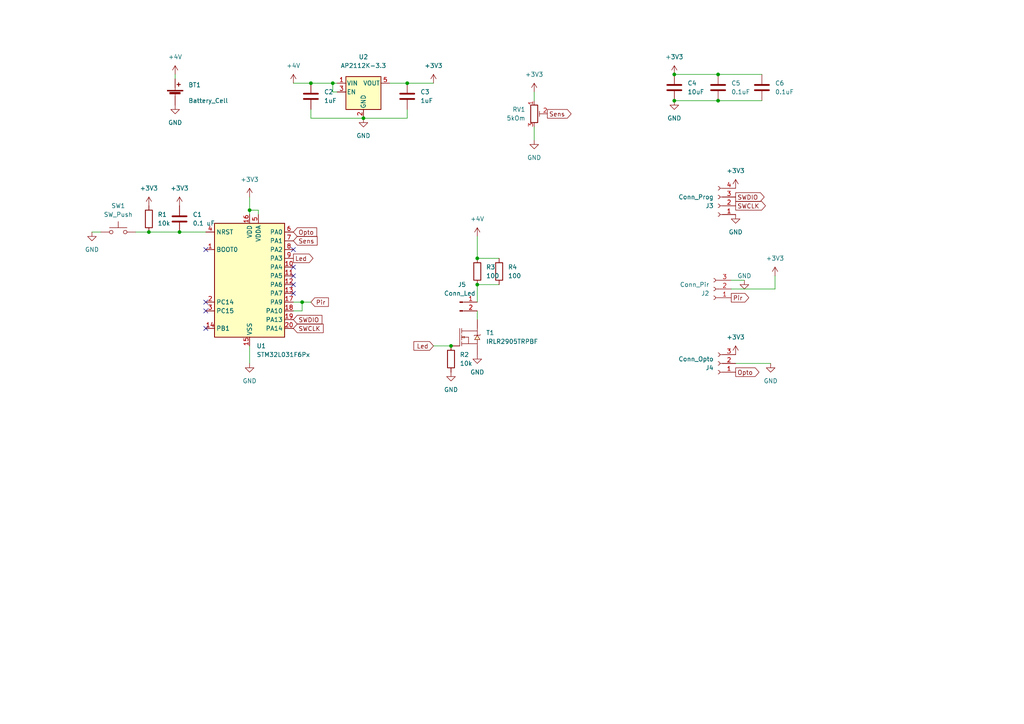
<source format=kicad_sch>
(kicad_sch (version 20211123) (generator eeschema)
  (paper "A4")
  (lib_symbols
    (symbol "Connector:Conn_01x02_Male" (pin_names (offset 1.016) hide)
      (property "Reference" "J" (at 0 2.54 0))
      (property "Value" "Conn_01x02_Male" (at 0 -5.08 0))
      (symbol "Conn_01x02_Male_1_1"
        (polyline (pts (xy 1.27 -2.54) (xy 0.8636 -2.54)) (stroke (width 0.1524)))
        (polyline (pts (xy 1.27 0) (xy 0.8636 0)) (stroke (width 0.1524)))
        (rectangle (start 0.8636 -2.413) (end 0 -2.667) (stroke (width 0.1524)) (fill (type outline)))
        (rectangle (start 0.8636 0.127) (end 0 -0.127) (stroke (width 0.1524)) (fill (type outline)))
        (pin passive line (at 5.08 0 180) (length 3.81) (name "Pin_1") (number "1"))
        (pin passive line (at 5.08 -2.54 180) (length 3.81) (name "Pin_2") (number "2"))
      )
    )
    (symbol "Connector:Conn_01x03_Female" (pin_names (offset 1.016) hide)
      (property "Reference" "J" (at 0 5.08 0))
      (property "Value" "Conn_01x03_Female" (at 0 -5.08 0))
      (symbol "Conn_01x03_Female_1_1"
        (arc (start 0 -2.032) (mid -0.508 -2.54) (end 0 -3.048) (stroke (width 0.1524)))
        (polyline (pts (xy -1.27 -2.54) (xy -0.508 -2.54)) (stroke (width 0.1524)))
        (polyline (pts (xy -1.27 0) (xy -0.508 0)) (stroke (width 0.1524)))
        (polyline (pts (xy -1.27 2.54) (xy -0.508 2.54)) (stroke (width 0.1524)))
        (arc (start 0 0.508) (mid -0.508 0) (end 0 -0.508) (stroke (width 0.1524)))
        (arc (start 0 3.048) (mid -0.508 2.54) (end 0 2.032) (stroke (width 0.1524)))
        (pin passive line (at -5.08 2.54 0) (length 3.81) (name "Pin_1") (number "1"))
        (pin passive line (at -5.08 0 0) (length 3.81) (name "Pin_2") (number "2"))
        (pin passive line (at -5.08 -2.54 0) (length 3.81) (name "Pin_3") (number "3"))
      )
    )
    (symbol "Connector:Conn_01x04_Female" (pin_names (offset 1.016) hide)
      (property "Reference" "J" (at 0 5.08 0))
      (property "Value" "Conn_01x04_Female" (at 0 -7.62 0))
      (symbol "Conn_01x04_Female_1_1"
        (arc (start 0 -4.572) (mid -0.508 -5.08) (end 0 -5.588) (stroke (width 0.1524)))
        (arc (start 0 -2.032) (mid -0.508 -2.54) (end 0 -3.048) (stroke (width 0.1524)))
        (polyline (pts (xy -1.27 -5.08) (xy -0.508 -5.08)) (stroke (width 0.1524)))
        (polyline (pts (xy -1.27 -2.54) (xy -0.508 -2.54)) (stroke (width 0.1524)))
        (polyline (pts (xy -1.27 0) (xy -0.508 0)) (stroke (width 0.1524)))
        (polyline (pts (xy -1.27 2.54) (xy -0.508 2.54)) (stroke (width 0.1524)))
        (arc (start 0 0.508) (mid -0.508 0) (end 0 -0.508) (stroke (width 0.1524)))
        (arc (start 0 3.048) (mid -0.508 2.54) (end 0 2.032) (stroke (width 0.1524)))
        (pin passive line (at -5.08 2.54 0) (length 3.81) (name "Pin_1") (number "1"))
        (pin passive line (at -5.08 0 0) (length 3.81) (name "Pin_2") (number "2"))
        (pin passive line (at -5.08 -2.54 0) (length 3.81) (name "Pin_3") (number "3"))
        (pin passive line (at -5.08 -5.08 0) (length 3.81) (name "Pin_4") (number "4"))
      )
    )
    (symbol "Device:Battery_Cell" (pin_numbers hide) (pin_names (offset 0) hide)
      (property "Reference" "BT" (at 2.54 2.54 0))
      (property "Value" "Battery_Cell" (at 2.54 0 0))
      (symbol "Battery_Cell_0_1"
        (rectangle (start -2.286 1.778) (end 2.286 1.524) (fill (type outline)))
        (rectangle (start -1.5748 1.1938) (end 1.4732 0.6858) (fill (type outline)))
        (polyline (pts (xy 0 0.762) (xy 0 0)))
        (polyline (pts (xy 0 1.778) (xy 0 2.54)))
        (polyline (pts (xy 0.508 3.429) (xy 1.524 3.429)) (stroke (width 0.254)))
        (polyline (pts (xy 1.016 3.937) (xy 1.016 2.921)) (stroke (width 0.254)))
      )
      (symbol "Battery_Cell_1_1"
        (pin passive line (at 0 5.08 270) (length 2.54) (name "+") (number "1"))
        (pin passive line (at 0 -2.54 90) (length 2.54) (name "-") (number "2"))
      )
    )
    (symbol "Device:C" (pin_numbers hide) (pin_names (offset 0.254))
      (property "Reference" "C" (at 0.635 2.54 0))
      (property "Value" "C" (at 0.635 -2.54 0))
      (symbol "C_0_1"
        (polyline (pts (xy -2.032 -0.762) (xy 2.032 -0.762)) (stroke (width 0.508)))
        (polyline (pts (xy -2.032 0.762) (xy 2.032 0.762)) (stroke (width 0.508)))
      )
      (symbol "C_1_1"
        (pin passive line (at 0 3.81 270) (length 2.794) (name "~") (number "1"))
        (pin passive line (at 0 -3.81 90) (length 2.794) (name "~") (number "2"))
      )
    )
    (symbol "Device:R" (pin_numbers hide) (pin_names (offset 0))
      (property "Reference" "R" (at 2.032 0 90))
      (property "Value" "R" (at 0 0 90))
      (symbol "R_0_1"
        (rectangle (start -1.016 -2.54) (end 1.016 2.54) (stroke (width 0.254)))
      )
      (symbol "R_1_1"
        (pin passive line (at 0 3.81 270) (length 1.27) (name "~") (number "1"))
        (pin passive line (at 0 -3.81 90) (length 1.27) (name "~") (number "2"))
      )
    )
    (symbol "Device:R_Potentiometer_Trim" (pin_names (offset 1.016) hide)
      (property "Reference" "RV" (at -4.445 0 90))
      (property "Value" "R_Potentiometer_Trim" (at -2.54 0 90))
      (symbol "R_Potentiometer_Trim_0_1"
        (polyline (pts (xy 1.524 0.762) (xy 1.524 -0.762)))
        (polyline (pts (xy 2.54 0) (xy 1.524 0)))
        (rectangle (start 1.016 2.54) (end -1.016 -2.54) (stroke (width 0.254)))
      )
      (symbol "R_Potentiometer_Trim_1_1"
        (pin passive line (at 0 3.81 270) (length 1.27) (name "1") (number "1"))
        (pin passive line (at 3.81 0 180) (length 1.27) (name "2") (number "2"))
        (pin passive line (at 0 -3.81 90) (length 1.27) (name "3") (number "3"))
      )
    )
    (symbol "IRLR2905TRPBF:IRLR2905TRPBF" (pin_numbers hide) (pin_names (offset 1.016) hide)
      (property "Reference" "T" (at 5.08 0 0))
      (property "Value" "IRLR2905TRPBF" (at 5.08 -2.54 0))
      (symbol "IRLR2905TRPBF_0_0"
        (polyline (pts (xy -2.54 -2.54) (xy -2.54 2.54)) (stroke (width 0.1524)))
        (polyline (pts (xy -1.9812 -1.905) (xy -1.9812 -2.54)) (stroke (width 0.1524)))
        (polyline (pts (xy -1.9812 -1.905) (xy 0 -1.905)) (stroke (width 0.1524)))
        (polyline (pts (xy -1.9812 -1.2954) (xy -1.9812 -1.905)) (stroke (width 0.1524)))
        (polyline (pts (xy -1.9812 0.6858) (xy -1.9812 -0.8382)) (stroke (width 0.1524)))
        (polyline (pts (xy -1.9812 1.8034) (xy -1.9812 1.0922)) (stroke (width 0.1524)))
        (polyline (pts (xy -1.9812 1.8034) (xy 2.54 1.8034)) (stroke (width 0.1524)))
        (polyline (pts (xy -1.9812 2.54) (xy -1.9812 1.8034)) (stroke (width 0.1524)))
        (polyline (pts (xy 0 -1.905) (xy 0 0)) (stroke (width 0.1524)))
        (polyline (pts (xy 0 0) (xy -1.2192 0)) (stroke (width 0.1524)))
        (polyline (pts (xy 1.6002 0.381) (xy 1.778 0.5588)) (stroke (width 0.1524)))
        (polyline (pts (xy 2.54 -2.54) (xy 2.54 -1.905)) (stroke (width 0.1524)))
        (polyline (pts (xy 2.54 -1.905) (xy 0 -1.905)) (stroke (width 0.1524)))
        (polyline (pts (xy 2.54 -0.7112) (xy 2.54 -1.905)) (stroke (width 0.1524)))
        (polyline (pts (xy 2.54 0.5588) (xy 1.778 0.5588)) (stroke (width 0.1524)))
        (polyline (pts (xy 2.54 0.5588) (xy 3.302 0.5588)) (stroke (width 0.1524)))
        (polyline (pts (xy 2.54 1.8034) (xy 2.54 0.5588)) (stroke (width 0.1524)))
        (polyline (pts (xy 2.54 2.54) (xy 2.54 1.8034)) (stroke (width 0.1524)))
        (polyline (pts (xy 3.302 0.5588) (xy 3.4798 0.7366)) (stroke (width 0.1524)))
        (polyline (pts (xy -1.9812 0) (xy -1.2192 0.254) (xy -1.2192 -0.254) (xy -1.9812 0)) (stroke (width 0.1524)) (fill (type background)))
        (polyline (pts (xy 1.778 -0.7112) (xy 2.54 0.5588) (xy 3.302 -0.7112) (xy 1.778 -0.7112)) (stroke (width 0.1524)) (fill (type background)))
        (pin bidirectional line (at -5.08 -2.54 0) (length 2.54) (name "~") (number "1"))
        (pin bidirectional line (at 2.54 5.08 270) (length 2.54) (name "~") (number "2"))
        (pin bidirectional line (at 2.54 -5.08 90) (length 2.54) (name "~") (number "3"))
        (pin bidirectional line (at 2.54 5.08 270) (length 2.54) (name "~") (number "PAD"))
      )
    )
    (symbol "MCU_ST_STM32L0:STM32L031F6Px"
      (property "Reference" "U" (at -10.16 16.51 0))
      (property "Value" "STM32L031F6Px" (at 5.08 16.51 0))
      (symbol "STM32L031F6Px_0_1"
        (rectangle (start -10.16 -17.78) (end 10.16 15.24) (stroke (width 0.254)) (fill (type background)))
      )
      (symbol "STM32L031F6Px_1_1"
        (pin input line (at -12.7 7.62 0) (length 2.54) (name "BOOT0") (number "1"))
        (pin bidirectional line (at 12.7 2.54 180) (length 2.54) (name "PA4") (number "10"))
        (pin bidirectional line (at 12.7 0 180) (length 2.54) (name "PA5") (number "11"))
        (pin bidirectional line (at 12.7 -2.54 180) (length 2.54) (name "PA6") (number "12"))
        (pin bidirectional line (at 12.7 -5.08 180) (length 2.54) (name "PA7") (number "13"))
        (pin bidirectional line (at -12.7 -15.24 0) (length 2.54) (name "PB1") (number "14"))
        (pin power_in line (at 0 -20.32 90) (length 2.54) (name "VSS") (number "15"))
        (pin power_in line (at 0 17.78 270) (length 2.54) (name "VDD") (number "16"))
        (pin bidirectional line (at 12.7 -7.62 180) (length 2.54) (name "PA9") (number "17"))
        (pin bidirectional line (at 12.7 -10.16 180) (length 2.54) (name "PA10") (number "18"))
        (pin bidirectional line (at 12.7 -12.7 180) (length 2.54) (name "PA13") (number "19"))
        (pin bidirectional line (at -12.7 -7.62 0) (length 2.54) (name "PC14") (number "2"))
        (pin bidirectional line (at 12.7 -15.24 180) (length 2.54) (name "PA14") (number "20"))
        (pin bidirectional line (at -12.7 -10.16 0) (length 2.54) (name "PC15") (number "3"))
        (pin input line (at -12.7 12.7 0) (length 2.54) (name "NRST") (number "4"))
        (pin power_in line (at 2.54 17.78 270) (length 2.54) (name "VDDA") (number "5"))
        (pin bidirectional line (at 12.7 12.7 180) (length 2.54) (name "PA0") (number "6"))
        (pin bidirectional line (at 12.7 10.16 180) (length 2.54) (name "PA1") (number "7"))
        (pin bidirectional line (at 12.7 7.62 180) (length 2.54) (name "PA2") (number "8"))
        (pin bidirectional line (at 12.7 5.08 180) (length 2.54) (name "PA3") (number "9"))
      )
    )
    (symbol "Regulator_Linear:AP2112K-3.3" (pin_names (offset 0.254))
      (property "Reference" "U" (at -5.08 5.715 0))
      (property "Value" "AP2112K-3.3" (at 0 5.715 0))
      (symbol "AP2112K-3.3_0_1"
        (rectangle (start -5.08 4.445) (end 5.08 -5.08) (stroke (width 0.254)) (fill (type background)))
      )
      (symbol "AP2112K-3.3_1_1"
        (pin power_in line (at -7.62 2.54 0) (length 2.54) (name "VIN") (number "1"))
        (pin power_in line (at 0 -7.62 90) (length 2.54) (name "GND") (number "2"))
        (pin input line (at -7.62 0 0) (length 2.54) (name "EN") (number "3"))
        (pin no_connect line (at 5.08 0 180) (length 2.54) hide (name "NC") (number "4"))
        (pin power_out line (at 7.62 2.54 180) (length 2.54) (name "VOUT") (number "5"))
      )
    )
    (symbol "Switch:SW_Push" (pin_numbers hide) (pin_names (offset 1.016) hide)
      (property "Reference" "SW" (at 1.27 2.54 0))
      (property "Value" "SW_Push" (at 0 -1.524 0))
      (symbol "SW_Push_0_1"
        (circle (center -2.032 0) (radius 0.508))
        (polyline (pts (xy 0 1.27) (xy 0 3.048)))
        (polyline (pts (xy 2.54 1.27) (xy -2.54 1.27)))
        (circle (center 2.032 0) (radius 0.508))
        (pin passive line (at -5.08 0 0) (length 2.54) (name "1") (number "1"))
        (pin passive line (at 5.08 0 180) (length 2.54) (name "2") (number "2"))
      )
    )
    (symbol "power:+3.3V" (power) (pin_names (offset 0))
      (property "Value" "+3.3V" (at 0 3.556 0))
      (symbol "+3.3V_0_1"
        (polyline (pts (xy -0.762 1.27) (xy 0 2.54)))
        (polyline (pts (xy 0 0) (xy 0 2.54)))
        (polyline (pts (xy 0 2.54) (xy 0.762 1.27)))
      )
      (symbol "+3.3V_1_1"
        (pin power_in line (at 0 0 90) (length 0) hide (name "+3V3") (number "1"))
      )
    )
    (symbol "power:+4V" (power) (pin_names (offset 0))
      (property "Value" "+4V" (at 0 3.556 0))
      (symbol "+4V_0_1"
        (polyline (pts (xy -0.762 1.27) (xy 0 2.54)))
        (polyline (pts (xy 0 0) (xy 0 2.54)))
        (polyline (pts (xy 0 2.54) (xy 0.762 1.27)))
      )
      (symbol "+4V_1_1"
        (pin power_in line (at 0 0 90) (length 0) hide (name "+4V") (number "1"))
      )
    )
    (symbol "power:GND" (power) (pin_names (offset 0))
      (property "Value" "GND" (at 0 -3.81 0))
      (symbol "GND_0_1"
        (polyline (pts (xy 0 0) (xy 0 -1.27) (xy 1.27 -1.27) (xy 0 -2.54) (xy -1.27 -1.27) (xy 0 -1.27)))
      )
      (symbol "GND_1_1"
        (pin power_in line (at 0 0 270) (length 0) hide (name "GND") (number "1"))
      )
    )
  )
  (junction (at 138.43 82.55))
  (junction (at 118.11 24.13))
  (junction (at 105.41 34.29))
  (junction (at 72.39 60.96))
  (junction (at 52.07 67.31))
  (junction (at 138.43 74.93))
  (junction (at 130.81 100.33))
  (junction (at 90.17 24.13))
  (junction (at 195.58 29.21))
  (junction (at 43.18 67.31))
  (junction (at 87.63 87.63))
  (junction (at 208.28 29.21))
  (junction (at 208.28 21.59))
  (junction (at 195.58 21.59))
  (junction (at 96.52 24.13))
  (no_connect (at 59.69 95.25))
  (no_connect (at 59.69 90.17))
  (no_connect (at 59.69 87.63))
  (no_connect (at 59.69 72.39))
  (no_connect (at 85.09 85.09))
  (no_connect (at 85.09 82.55))
  (no_connect (at 85.09 72.39))
  (no_connect (at 85.09 77.47))
  (no_connect (at 85.09 80.01))
  (wire (pts (xy 90.17 34.29) (xy 105.41 34.29)))
  (wire (pts (xy 74.93 62.23) (xy 74.93 60.96)))
  (wire (pts (xy 224.79 83.82) (xy 224.79 80.01)))
  (wire (pts (xy 90.17 31.75) (xy 90.17 34.29)))
  (wire (pts (xy 52.07 67.31) (xy 59.69 67.31)))
  (wire (pts (xy 154.94 36.83) (xy 154.94 40.64)))
  (wire (pts (xy 43.18 67.31) (xy 52.07 67.31)))
  (wire (pts (xy 96.52 24.13) (xy 97.79 24.13)))
  (wire (pts (xy 208.28 29.21) (xy 220.98 29.21)))
  (wire (pts (xy 138.43 90.17) (xy 138.43 92.71)))
  (wire (pts (xy 87.63 87.63) (xy 90.17 87.63)))
  (wire (pts (xy 138.43 82.55) (xy 138.43 87.63)))
  (wire (pts (xy 50.8 21.59) (xy 50.8 22.86)))
  (wire (pts (xy 125.73 100.33) (xy 130.81 100.33)))
  (wire (pts (xy 208.28 21.59) (xy 220.98 21.59)))
  (wire (pts (xy 85.09 24.13) (xy 90.17 24.13)))
  (wire (pts (xy 72.39 57.15) (xy 72.39 60.96)))
  (wire (pts (xy 195.58 21.59) (xy 208.28 21.59)))
  (wire (pts (xy 118.11 34.29) (xy 105.41 34.29)))
  (wire (pts (xy 87.63 90.17) (xy 87.63 87.63)))
  (wire (pts (xy 118.11 31.75) (xy 118.11 34.29)))
  (wire (pts (xy 90.17 24.13) (xy 96.52 24.13)))
  (wire (pts (xy 97.79 26.67) (xy 96.52 26.67)))
  (wire (pts (xy 138.43 74.93) (xy 144.78 74.93)))
  (wire (pts (xy 195.58 29.21) (xy 208.28 29.21)))
  (wire (pts (xy 212.09 83.82) (xy 224.79 83.82)))
  (wire (pts (xy 72.39 60.96) (xy 72.39 62.23)))
  (wire (pts (xy 154.94 26.67) (xy 154.94 29.21)))
  (wire (pts (xy 213.36 105.41) (xy 223.52 105.41)))
  (wire (pts (xy 96.52 26.67) (xy 96.52 24.13)))
  (wire (pts (xy 74.93 60.96) (xy 72.39 60.96)))
  (wire (pts (xy 85.09 87.63) (xy 87.63 87.63)))
  (wire (pts (xy 212.09 81.28) (xy 215.9 81.28)))
  (wire (pts (xy 138.43 82.55) (xy 144.78 82.55)))
  (wire (pts (xy 118.11 24.13) (xy 125.73 24.13)))
  (wire (pts (xy 85.09 90.17) (xy 87.63 90.17)))
  (wire (pts (xy 72.39 100.33) (xy 72.39 105.41)))
  (wire (pts (xy 138.43 74.93) (xy 138.43 68.58)))
  (wire (pts (xy 26.67 67.31) (xy 29.21 67.31)))
  (wire (pts (xy 113.03 24.13) (xy 118.11 24.13)))
  (wire (pts (xy 39.37 67.31) (xy 43.18 67.31)))
  (global_label "SWDIO" (shape input) (at 85.09 92.71 0) (property "Обозначения листов" "${INTERSHEET_REFS}" (effects hide)))
  (global_label "Led" (shape input) (at 125.73 100.33 180) (property "Обозначения листов" "${INTERSHEET_REFS}" (effects hide)))
  (global_label "Opto" (shape output) (at 213.36 107.95 0) (property "Обозначения листов" "${INTERSHEET_REFS}" (effects hide)))
  (global_label "SWCLK" (shape output) (at 213.36 59.69 0) (property "Обозначения листов" "${INTERSHEET_REFS}" (effects hide)))
  (global_label "Pir" (shape input) (at 90.17 87.63 0) (property "Обозначения листов" "${INTERSHEET_REFS}" (effects hide)))
  (global_label "Led" (shape output) (at 85.09 74.93 0) (property "Обозначения листов" "${INTERSHEET_REFS}" (effects hide)))
  (global_label "Opto" (shape input) (at 85.09 67.31 0) (property "Обозначения листов" "${INTERSHEET_REFS}" (effects hide)))
  (global_label "Sens" (shape input) (at 85.09 69.85 0) (property "Обозначения листов" "${INTERSHEET_REFS}" (effects hide)))
  (global_label "SWCLK" (shape input) (at 85.09 95.25 0) (property "Обозначения листов" "${INTERSHEET_REFS}" (effects hide)))
  (global_label "SWDIO" (shape output) (at 213.36 57.15 0) (property "Обозначения листов" "${INTERSHEET_REFS}" (effects hide)))
  (global_label "Pir" (shape output) (at 212.09 86.36 0) (property "Обозначения листов" "${INTERSHEET_REFS}" (effects hide)))
  (global_label "Sens" (shape output) (at 158.75 33.02 0) (property "Обозначения листов" "${INTERSHEET_REFS}" (effects hide)))
  (symbol (lib_id "Connector:Conn_01x02_Male") (at 133.35 87.63 0) (unit 1)
    (property "Reference" "J5" (at 133.985 82.55 0))
    (property "Value" "Conn_Led" (at 133.35 85.09 0))
    (property "Footprint" "Connector_PinHeader_2.54mm:PinHeader_1x02_P2.54mm_Vertical" (effects hide))
  )
  (symbol (lib_id "Device:R_Potentiometer_Trim") (at 154.94 33.02 0) (unit 1)
    (property "Reference" "RV1" (at 152.4 31.7499 0) (effects (justify right)))
    (property "Value" "5kOm" (at 152.4 34.2899 0) (effects (justify right)))
    (property "Footprint" "Potentiometer_THT:Potentiometer_Piher_PT-6-V_Vertical" (effects hide))
  )
  (symbol (lib_id "power:GND") (at 26.67 67.31 0) (unit 1)
    (property "Reference" "#PWR01" (effects hide))
    (property "Value" "GND" (at 26.67 72.39 0))
  )
  (symbol (lib_id "Device:C") (at 52.07 63.5 0) (unit 1)
    (property "Reference" "C1" (at 55.88 62.2299 0) (effects (justify left)))
    (property "Value" "0.1 uF" (at 55.88 64.7699 0) (effects (justify left)))
    (property "Footprint" "Capacitor_SMD:C_0805_2012Metric" (effects hide))
  )
  (symbol (lib_id "MCU_ST_STM32L0:STM32L031F6Px") (at 72.39 80.01 0) (unit 1)
    (property "Reference" "U1" (at 74.4094 100.33 0) (effects (justify left)))
    (property "Value" "STM32L031F6Px" (at 74.4094 102.87 0) (effects (justify left)))
    (property "Footprint" "Package_SO:TSSOP-20_4.4x6.5mm_P0.65mm" (effects hide))
    (property "Datasheet" "http://www.st.com/st-web-ui/static/active/en/resource/technical/document/datasheet/DM00140359.pdf" (effects hide))
  )
  (symbol (lib_id "Device:R") (at 130.81 104.14 0) (unit 1)
    (property "Reference" "R2" (at 133.35 102.8699 0) (effects (justify left)))
    (property "Value" "10k" (at 133.35 105.4099 0) (effects (justify left)))
    (property "Footprint" "Resistor_SMD:R_0805_2012Metric" (effects hide))
  )
  (symbol (lib_id "IRLR2905TRPBF:IRLR2905TRPBF") (at 135.89 97.79 0) (unit 1)
    (property "Reference" "T1" (at 140.97 96.5199 0) (effects (justify left)))
    (property "Value" "IRLR2905TRPBF" (at 140.97 99.0599 0) (effects (justify left)))
    (property "Footprint" "Package_TO_SOT_SMD:TO-252-2" (effects hide))
  )
  (symbol (lib_id "Device:R") (at 138.43 78.74 0) (unit 1)
    (property "Reference" "R3" (at 140.97 77.4699 0) (effects (justify left)))
    (property "Value" "100" (at 140.97 80.0099 0) (effects (justify left)))
    (property "Footprint" "Resistor_SMD:R_1206_3216Metric" (effects hide))
  )
  (symbol (lib_id "power:GND") (at 72.39 105.41 0) (unit 1)
    (property "Reference" "#PWR05" (effects hide))
    (property "Value" "GND" (at 72.39 110.49 0))
  )
  (symbol (lib_id "power:GND") (at 195.58 29.21 0) (unit 1)
    (property "Reference" "#PWR015" (effects hide))
    (property "Value" "GND" (at 195.58 34.29 0))
  )
  (symbol (lib_id "power:+3.3V") (at 154.94 26.67 0) (unit 1)
    (property "Reference" "#PWR012" (effects hide))
    (property "Value" "+3.3V" (at 154.94 21.59 0))
  )
  (symbol (lib_id "Device:C") (at 208.28 25.4 0) (unit 1)
    (property "Reference" "C5" (at 212.09 24.1299 0) (effects (justify left)))
    (property "Value" "0.1uF" (at 212.09 26.6699 0) (effects (justify left)))
    (property "Footprint" "Capacitor_SMD:C_0805_2012Metric" (effects hide))
  )
  (symbol (lib_id "power:GND") (at 215.9 81.28 0) (unit 1)
    (property "Reference" "#PWR019" (effects hide))
    (property "Value" "GND" (at 215.9 80.01 0))
  )
  (symbol (lib_id "Device:R") (at 144.78 78.74 0) (unit 1)
    (property "Reference" "R4" (at 147.32 77.4699 0) (effects (justify left)))
    (property "Value" "100" (at 147.32 80.0099 0) (effects (justify left)))
    (property "Footprint" "Resistor_SMD:R_1206_3216Metric" (effects hide))
  )
  (symbol (lib_id "power:+3.3V") (at 125.73 24.13 0) (unit 1)
    (property "Reference" "#PWR010" (effects hide))
    (property "Value" "+3.3V" (at 125.73 19.05 0))
  )
  (symbol (lib_id "power:+4V") (at 50.8 21.59 0) (unit 1)
    (property "Reference" "#PWR06" (effects hide))
    (property "Value" "+4V" (at 50.8 16.51 0))
  )
  (symbol (lib_id "power:GND") (at 213.36 62.23 0) (unit 1)
    (property "Reference" "#PWR017" (effects hide))
    (property "Value" "GND" (at 213.36 67.31 0))
  )
  (symbol (lib_id "Device:C") (at 90.17 27.94 0) (unit 1)
    (property "Reference" "C2" (at 93.98 26.6699 0) (effects (justify left)))
    (property "Value" "1uF" (at 93.98 29.2099 0) (effects (justify left)))
    (property "Footprint" "Capacitor_SMD:C_1206_3216Metric" (effects hide))
  )
  (symbol (lib_id "power:+3.3V") (at 72.39 57.15 0) (unit 1)
    (property "Reference" "#PWR04" (effects hide))
    (property "Value" "+3.3V" (at 72.39 52.07 0))
  )
  (symbol (lib_id "Device:Battery_Cell") (at 50.8 27.94 0) (unit 1)
    (property "Reference" "BT1" (at 54.61 24.6379 0) (effects (justify left)))
    (property "Value" "Battery_Cell" (at 54.61 29.21 0) (effects (justify left)))
    (property "Footprint" "Connector_JST:JST_XH_B2B-XH-A_1x02_P2.50mm_Vertical" (effects hide))
  )
  (symbol (lib_id "power:+3.3V") (at 224.79 80.01 0) (unit 1)
    (property "Reference" "#PWR021" (effects hide))
    (property "Value" "+3.3V" (at 224.79 74.93 0))
  )
  (symbol (lib_id "power:+3.3V") (at 213.36 54.61 0) (unit 1)
    (property "Reference" "#PWR016" (effects hide))
    (property "Value" "+3.3V" (at 213.36 49.53 0))
  )
  (symbol (lib_id "Connector:Conn_01x03_Female") (at 208.28 105.41 180) (unit 1)
    (property "Reference" "J4" (at 207.01 106.6801 0) (effects (justify left)))
    (property "Value" "Conn_Opto" (at 207.01 104.1401 0) (effects (justify left)))
    (property "Footprint" "Connector_PinSocket_2.54mm:PinSocket_1x03_P2.54mm_Vertical" (effects hide))
  )
  (symbol (lib_id "power:+3.3V") (at 52.07 59.69 0) (unit 1)
    (property "Reference" "#PWR03" (effects hide))
    (property "Value" "+3.3V" (at 52.07 54.61 0))
  )
  (symbol (lib_id "power:+3.3V") (at 195.58 21.59 0) (unit 1)
    (property "Reference" "#PWR014" (effects hide))
    (property "Value" "+3.3V" (at 195.58 16.51 0))
  )
  (symbol (lib_id "Switch:SW_Push") (at 34.29 67.31 0) (unit 1)
    (property "Reference" "SW1" (at 34.29 59.69 0))
    (property "Value" "SW_Push" (at 34.29 62.23 0))
    (property "Footprint" "Button_Switch_SMD:SW_Push_1P1T_NO_CK_KMR2" (effects hide))
  )
  (symbol (lib_id "power:GND") (at 154.94 40.64 0) (unit 1)
    (property "Reference" "#PWR013" (effects hide))
    (property "Value" "GND" (at 154.94 45.72 0))
  )
  (symbol (lib_id "power:+3.3V") (at 213.36 102.87 0) (unit 1)
    (property "Reference" "#PWR018" (effects hide))
    (property "Value" "+3.3V" (at 213.36 97.79 0))
  )
  (symbol (lib_id "power:+4V") (at 85.09 24.13 0) (unit 1)
    (property "Reference" "#PWR08" (effects hide))
    (property "Value" "+4V" (at 85.09 19.05 0))
  )
  (symbol (lib_id "power:+4V") (at 138.43 68.58 0) (unit 1)
    (property "Reference" "#PWR022" (effects hide))
    (property "Value" "+4V" (at 138.43 63.5 0))
  )
  (symbol (lib_id "Regulator_Linear:AP2112K-3.3") (at 105.41 26.67 0) (unit 1)
    (property "Reference" "U2" (at 105.41 16.51 0))
    (property "Value" "AP2112K-3.3" (at 105.41 19.05 0))
    (property "Footprint" "Package_TO_SOT_SMD:SOT-23-5" (effects hide))
    (property "Datasheet" "https://www.diodes.com/assets/Datasheets/AP2112.pdf" (effects hide))
  )
  (symbol (lib_id "power:GND") (at 130.81 107.95 0) (unit 1)
    (property "Reference" "#PWR011" (effects hide))
    (property "Value" "GND" (at 130.81 113.03 0))
  )
  (symbol (lib_id "power:GND") (at 50.8 30.48 0) (unit 1)
    (property "Reference" "#PWR07" (effects hide))
    (property "Value" "GND" (at 50.8 35.56 0))
  )
  (symbol (lib_id "Device:C") (at 220.98 25.4 0) (unit 1)
    (property "Reference" "C6" (at 224.79 24.1299 0) (effects (justify left)))
    (property "Value" "0.1uF" (at 224.79 26.6699 0) (effects (justify left)))
    (property "Footprint" "Capacitor_SMD:C_0805_2012Metric" (effects hide))
  )
  (symbol (lib_id "Device:C") (at 118.11 27.94 0) (unit 1)
    (property "Reference" "C3" (at 121.92 26.6699 0) (effects (justify left)))
    (property "Value" "1uF" (at 121.92 29.2099 0) (effects (justify left)))
    (property "Footprint" "Capacitor_SMD:C_1206_3216Metric" (effects hide))
  )
  (symbol (lib_id "Device:R") (at 43.18 63.5 0) (unit 1)
    (property "Reference" "R1" (at 45.72 62.2299 0) (effects (justify left)))
    (property "Value" "10k" (at 45.72 64.7699 0) (effects (justify left)))
    (property "Footprint" "Resistor_SMD:R_0805_2012Metric" (effects hide))
  )
  (symbol (lib_id "power:+3.3V") (at 43.18 59.69 0) (unit 1)
    (property "Reference" "#PWR02" (effects hide))
    (property "Value" "+3.3V" (at 43.18 54.61 0))
  )
  (symbol (lib_id "power:GND") (at 223.52 105.41 0) (unit 1)
    (property "Reference" "#PWR020" (effects hide))
    (property "Value" "GND" (at 223.52 110.49 0))
  )
  (symbol (lib_id "Connector:Conn_01x03_Female") (at 207.01 83.82 180) (unit 1)
    (property "Reference" "J2" (at 205.74 85.0901 0) (effects (justify left)))
    (property "Value" "Conn_Pir" (at 205.74 82.5501 0) (effects (justify left)))
    (property "Footprint" "Connector_PinSocket_2.54mm:PinSocket_1x03_P2.54mm_Vertical" (effects hide))
  )
  (symbol (lib_id "Connector:Conn_01x04_Female") (at 208.28 59.69 180) (unit 1)
    (property "Reference" "J3" (at 207.01 59.6901 0) (effects (justify left)))
    (property "Value" "Conn_Prog" (at 207.01 57.1501 0) (effects (justify left)))
    (property "Footprint" "Connector_PinSocket_2.54mm:PinSocket_1x04_P2.54mm_Vertical" (effects hide))
  )
  (symbol (lib_id "Device:C") (at 195.58 25.4 0) (unit 1)
    (property "Reference" "C4" (at 199.39 24.1299 0) (effects (justify left)))
    (property "Value" "10uF" (at 199.39 26.6699 0) (effects (justify left)))
    (property "Footprint" "Capacitor_SMD:C_1210_3225Metric" (effects hide))
  )
  (symbol (lib_id "power:GND") (at 105.41 34.29 0) (unit 1)
    (property "Reference" "#PWR09" (effects hide))
    (property "Value" "GND" (at 105.41 39.37 0))
  )
  (symbol (lib_id "power:GND") (at 138.43 102.87 0) (unit 1)
    (property "Reference" "#PWR023" (effects hide))
    (property "Value" "GND" (at 138.43 107.95 0))
  )
)
</source>
